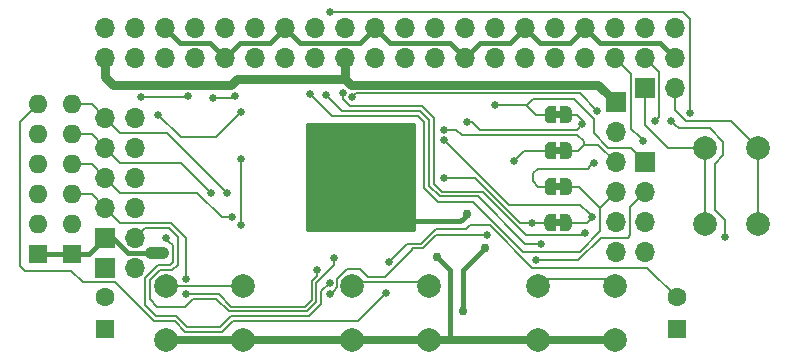
<source format=gbl>
G04 #@! TF.GenerationSoftware,KiCad,Pcbnew,(5.1.4)-1*
G04 #@! TF.CreationDate,2020-02-28T01:40:15+00:00*
G04 #@! TF.ProjectId,rgb-to-hdmi,7267622d-746f-42d6-9864-6d692e6b6963,rev?*
G04 #@! TF.SameCoordinates,Original*
G04 #@! TF.FileFunction,Copper,L2,Bot*
G04 #@! TF.FilePolarity,Positive*
%FSLAX46Y46*%
G04 Gerber Fmt 4.6, Leading zero omitted, Abs format (unit mm)*
G04 Created by KiCad (PCBNEW (5.1.4)-1) date 2020-02-28 01:40:15*
%MOMM*%
%LPD*%
G04 APERTURE LIST*
%ADD10C,0.100000*%
%ADD11R,1.600000X1.600000*%
%ADD12O,1.600000X1.600000*%
%ADD13R,1.700000X1.700000*%
%ADD14O,1.700000X1.700000*%
%ADD15C,0.500000*%
%ADD16C,2.000000*%
%ADD17C,1.600000*%
%ADD18C,0.762000*%
%ADD19C,0.660400*%
%ADD20C,0.381000*%
%ADD21C,0.762000*%
%ADD22C,0.203200*%
%ADD23C,1.016000*%
%ADD24C,0.635000*%
%ADD25C,0.254000*%
G04 APERTURE END LIST*
D10*
G36*
X62976000Y-37444960D02*
G01*
X62476000Y-37444960D01*
X62476000Y-36844960D01*
X62976000Y-36844960D01*
X62976000Y-37444960D01*
G37*
G36*
X62976000Y-34396960D02*
G01*
X62476000Y-34396960D01*
X62476000Y-33796960D01*
X62976000Y-33796960D01*
X62976000Y-34396960D01*
G37*
G36*
X62961000Y-43540960D02*
G01*
X62461000Y-43540960D01*
X62461000Y-42940960D01*
X62961000Y-42940960D01*
X62961000Y-43540960D01*
G37*
G36*
X62976000Y-40492960D02*
G01*
X62476000Y-40492960D01*
X62476000Y-39892960D01*
X62976000Y-39892960D01*
X62976000Y-40492960D01*
G37*
D11*
X21578000Y-45907960D03*
D12*
X21578000Y-43367960D03*
X21578000Y-40827960D03*
X21578000Y-38287960D03*
X21578000Y-35747960D03*
X21578000Y-33207960D03*
D13*
X24372000Y-44510960D03*
D14*
X26912000Y-44510960D03*
X24372000Y-41970960D03*
X26912000Y-41970960D03*
X24372000Y-39430960D03*
X26912000Y-39430960D03*
X24372000Y-36890960D03*
X26912000Y-36890960D03*
X24372000Y-34350960D03*
X26912000Y-34350960D03*
D13*
X70092000Y-38135560D03*
D14*
X70092000Y-40675560D03*
X70092000Y-43215560D03*
X70092000Y-45755560D03*
D15*
X63376000Y-37144960D03*
D10*
G36*
X63376000Y-36395562D02*
G01*
X63400534Y-36395562D01*
X63449365Y-36400372D01*
X63497490Y-36409944D01*
X63544445Y-36424188D01*
X63589778Y-36442965D01*
X63633051Y-36466096D01*
X63673850Y-36493356D01*
X63711779Y-36524484D01*
X63746476Y-36559181D01*
X63777604Y-36597110D01*
X63804864Y-36637909D01*
X63827995Y-36681182D01*
X63846772Y-36726515D01*
X63861016Y-36773470D01*
X63870588Y-36821595D01*
X63875398Y-36870426D01*
X63875398Y-36894960D01*
X63876000Y-36894960D01*
X63876000Y-37394960D01*
X63875398Y-37394960D01*
X63875398Y-37419494D01*
X63870588Y-37468325D01*
X63861016Y-37516450D01*
X63846772Y-37563405D01*
X63827995Y-37608738D01*
X63804864Y-37652011D01*
X63777604Y-37692810D01*
X63746476Y-37730739D01*
X63711779Y-37765436D01*
X63673850Y-37796564D01*
X63633051Y-37823824D01*
X63589778Y-37846955D01*
X63544445Y-37865732D01*
X63497490Y-37879976D01*
X63449365Y-37889548D01*
X63400534Y-37894358D01*
X63376000Y-37894358D01*
X63376000Y-37894960D01*
X62876000Y-37894960D01*
X62876000Y-36394960D01*
X63376000Y-36394960D01*
X63376000Y-36395562D01*
X63376000Y-36395562D01*
G37*
D15*
X62076000Y-37144960D03*
D10*
G36*
X62576000Y-37894960D02*
G01*
X62076000Y-37894960D01*
X62076000Y-37894358D01*
X62051466Y-37894358D01*
X62002635Y-37889548D01*
X61954510Y-37879976D01*
X61907555Y-37865732D01*
X61862222Y-37846955D01*
X61818949Y-37823824D01*
X61778150Y-37796564D01*
X61740221Y-37765436D01*
X61705524Y-37730739D01*
X61674396Y-37692810D01*
X61647136Y-37652011D01*
X61624005Y-37608738D01*
X61605228Y-37563405D01*
X61590984Y-37516450D01*
X61581412Y-37468325D01*
X61576602Y-37419494D01*
X61576602Y-37394960D01*
X61576000Y-37394960D01*
X61576000Y-36894960D01*
X61576602Y-36894960D01*
X61576602Y-36870426D01*
X61581412Y-36821595D01*
X61590984Y-36773470D01*
X61605228Y-36726515D01*
X61624005Y-36681182D01*
X61647136Y-36637909D01*
X61674396Y-36597110D01*
X61705524Y-36559181D01*
X61740221Y-36524484D01*
X61778150Y-36493356D01*
X61818949Y-36466096D01*
X61862222Y-36442965D01*
X61907555Y-36424188D01*
X61954510Y-36409944D01*
X62002635Y-36400372D01*
X62051466Y-36395562D01*
X62076000Y-36395562D01*
X62076000Y-36394960D01*
X62576000Y-36394960D01*
X62576000Y-37894960D01*
X62576000Y-37894960D01*
G37*
D15*
X62076000Y-34096960D03*
D10*
G36*
X62576000Y-34846960D02*
G01*
X62076000Y-34846960D01*
X62076000Y-34846358D01*
X62051466Y-34846358D01*
X62002635Y-34841548D01*
X61954510Y-34831976D01*
X61907555Y-34817732D01*
X61862222Y-34798955D01*
X61818949Y-34775824D01*
X61778150Y-34748564D01*
X61740221Y-34717436D01*
X61705524Y-34682739D01*
X61674396Y-34644810D01*
X61647136Y-34604011D01*
X61624005Y-34560738D01*
X61605228Y-34515405D01*
X61590984Y-34468450D01*
X61581412Y-34420325D01*
X61576602Y-34371494D01*
X61576602Y-34346960D01*
X61576000Y-34346960D01*
X61576000Y-33846960D01*
X61576602Y-33846960D01*
X61576602Y-33822426D01*
X61581412Y-33773595D01*
X61590984Y-33725470D01*
X61605228Y-33678515D01*
X61624005Y-33633182D01*
X61647136Y-33589909D01*
X61674396Y-33549110D01*
X61705524Y-33511181D01*
X61740221Y-33476484D01*
X61778150Y-33445356D01*
X61818949Y-33418096D01*
X61862222Y-33394965D01*
X61907555Y-33376188D01*
X61954510Y-33361944D01*
X62002635Y-33352372D01*
X62051466Y-33347562D01*
X62076000Y-33347562D01*
X62076000Y-33346960D01*
X62576000Y-33346960D01*
X62576000Y-34846960D01*
X62576000Y-34846960D01*
G37*
D15*
X63376000Y-34096960D03*
D10*
G36*
X63376000Y-33347562D02*
G01*
X63400534Y-33347562D01*
X63449365Y-33352372D01*
X63497490Y-33361944D01*
X63544445Y-33376188D01*
X63589778Y-33394965D01*
X63633051Y-33418096D01*
X63673850Y-33445356D01*
X63711779Y-33476484D01*
X63746476Y-33511181D01*
X63777604Y-33549110D01*
X63804864Y-33589909D01*
X63827995Y-33633182D01*
X63846772Y-33678515D01*
X63861016Y-33725470D01*
X63870588Y-33773595D01*
X63875398Y-33822426D01*
X63875398Y-33846960D01*
X63876000Y-33846960D01*
X63876000Y-34346960D01*
X63875398Y-34346960D01*
X63875398Y-34371494D01*
X63870588Y-34420325D01*
X63861016Y-34468450D01*
X63846772Y-34515405D01*
X63827995Y-34560738D01*
X63804864Y-34604011D01*
X63777604Y-34644810D01*
X63746476Y-34682739D01*
X63711779Y-34717436D01*
X63673850Y-34748564D01*
X63633051Y-34775824D01*
X63589778Y-34798955D01*
X63544445Y-34817732D01*
X63497490Y-34831976D01*
X63449365Y-34841548D01*
X63400534Y-34846358D01*
X63376000Y-34846358D01*
X63376000Y-34846960D01*
X62876000Y-34846960D01*
X62876000Y-33346960D01*
X63376000Y-33346960D01*
X63376000Y-33347562D01*
X63376000Y-33347562D01*
G37*
D15*
X63361000Y-43240960D03*
D10*
G36*
X63361000Y-42491562D02*
G01*
X63385534Y-42491562D01*
X63434365Y-42496372D01*
X63482490Y-42505944D01*
X63529445Y-42520188D01*
X63574778Y-42538965D01*
X63618051Y-42562096D01*
X63658850Y-42589356D01*
X63696779Y-42620484D01*
X63731476Y-42655181D01*
X63762604Y-42693110D01*
X63789864Y-42733909D01*
X63812995Y-42777182D01*
X63831772Y-42822515D01*
X63846016Y-42869470D01*
X63855588Y-42917595D01*
X63860398Y-42966426D01*
X63860398Y-42990960D01*
X63861000Y-42990960D01*
X63861000Y-43490960D01*
X63860398Y-43490960D01*
X63860398Y-43515494D01*
X63855588Y-43564325D01*
X63846016Y-43612450D01*
X63831772Y-43659405D01*
X63812995Y-43704738D01*
X63789864Y-43748011D01*
X63762604Y-43788810D01*
X63731476Y-43826739D01*
X63696779Y-43861436D01*
X63658850Y-43892564D01*
X63618051Y-43919824D01*
X63574778Y-43942955D01*
X63529445Y-43961732D01*
X63482490Y-43975976D01*
X63434365Y-43985548D01*
X63385534Y-43990358D01*
X63361000Y-43990358D01*
X63361000Y-43990960D01*
X62861000Y-43990960D01*
X62861000Y-42490960D01*
X63361000Y-42490960D01*
X63361000Y-42491562D01*
X63361000Y-42491562D01*
G37*
D15*
X62061000Y-43240960D03*
D10*
G36*
X62561000Y-43990960D02*
G01*
X62061000Y-43990960D01*
X62061000Y-43990358D01*
X62036466Y-43990358D01*
X61987635Y-43985548D01*
X61939510Y-43975976D01*
X61892555Y-43961732D01*
X61847222Y-43942955D01*
X61803949Y-43919824D01*
X61763150Y-43892564D01*
X61725221Y-43861436D01*
X61690524Y-43826739D01*
X61659396Y-43788810D01*
X61632136Y-43748011D01*
X61609005Y-43704738D01*
X61590228Y-43659405D01*
X61575984Y-43612450D01*
X61566412Y-43564325D01*
X61561602Y-43515494D01*
X61561602Y-43490960D01*
X61561000Y-43490960D01*
X61561000Y-42990960D01*
X61561602Y-42990960D01*
X61561602Y-42966426D01*
X61566412Y-42917595D01*
X61575984Y-42869470D01*
X61590228Y-42822515D01*
X61609005Y-42777182D01*
X61632136Y-42733909D01*
X61659396Y-42693110D01*
X61690524Y-42655181D01*
X61725221Y-42620484D01*
X61763150Y-42589356D01*
X61803949Y-42562096D01*
X61847222Y-42538965D01*
X61892555Y-42520188D01*
X61939510Y-42505944D01*
X61987635Y-42496372D01*
X62036466Y-42491562D01*
X62061000Y-42491562D01*
X62061000Y-42490960D01*
X62561000Y-42490960D01*
X62561000Y-43990960D01*
X62561000Y-43990960D01*
G37*
D15*
X62076000Y-40192960D03*
D10*
G36*
X62576000Y-40942960D02*
G01*
X62076000Y-40942960D01*
X62076000Y-40942358D01*
X62051466Y-40942358D01*
X62002635Y-40937548D01*
X61954510Y-40927976D01*
X61907555Y-40913732D01*
X61862222Y-40894955D01*
X61818949Y-40871824D01*
X61778150Y-40844564D01*
X61740221Y-40813436D01*
X61705524Y-40778739D01*
X61674396Y-40740810D01*
X61647136Y-40700011D01*
X61624005Y-40656738D01*
X61605228Y-40611405D01*
X61590984Y-40564450D01*
X61581412Y-40516325D01*
X61576602Y-40467494D01*
X61576602Y-40442960D01*
X61576000Y-40442960D01*
X61576000Y-39942960D01*
X61576602Y-39942960D01*
X61576602Y-39918426D01*
X61581412Y-39869595D01*
X61590984Y-39821470D01*
X61605228Y-39774515D01*
X61624005Y-39729182D01*
X61647136Y-39685909D01*
X61674396Y-39645110D01*
X61705524Y-39607181D01*
X61740221Y-39572484D01*
X61778150Y-39541356D01*
X61818949Y-39514096D01*
X61862222Y-39490965D01*
X61907555Y-39472188D01*
X61954510Y-39457944D01*
X62002635Y-39448372D01*
X62051466Y-39443562D01*
X62076000Y-39443562D01*
X62076000Y-39442960D01*
X62576000Y-39442960D01*
X62576000Y-40942960D01*
X62576000Y-40942960D01*
G37*
D15*
X63376000Y-40192960D03*
D10*
G36*
X63376000Y-39443562D02*
G01*
X63400534Y-39443562D01*
X63449365Y-39448372D01*
X63497490Y-39457944D01*
X63544445Y-39472188D01*
X63589778Y-39490965D01*
X63633051Y-39514096D01*
X63673850Y-39541356D01*
X63711779Y-39572484D01*
X63746476Y-39607181D01*
X63777604Y-39645110D01*
X63804864Y-39685909D01*
X63827995Y-39729182D01*
X63846772Y-39774515D01*
X63861016Y-39821470D01*
X63870588Y-39869595D01*
X63875398Y-39918426D01*
X63875398Y-39942960D01*
X63876000Y-39942960D01*
X63876000Y-40442960D01*
X63875398Y-40442960D01*
X63875398Y-40467494D01*
X63870588Y-40516325D01*
X63861016Y-40564450D01*
X63846772Y-40611405D01*
X63827995Y-40656738D01*
X63804864Y-40700011D01*
X63777604Y-40740810D01*
X63746476Y-40778739D01*
X63711779Y-40813436D01*
X63673850Y-40844564D01*
X63633051Y-40871824D01*
X63589778Y-40894955D01*
X63544445Y-40913732D01*
X63497490Y-40927976D01*
X63449365Y-40937548D01*
X63400534Y-40942358D01*
X63376000Y-40942358D01*
X63376000Y-40942960D01*
X62876000Y-40942960D01*
X62876000Y-39442960D01*
X63376000Y-39442960D01*
X63376000Y-39443562D01*
X63376000Y-39443562D01*
G37*
D13*
X67600800Y-33054001D03*
D14*
X67600800Y-35594001D03*
X67600800Y-38134001D03*
X67600800Y-40674001D03*
X67600800Y-43214001D03*
X67600800Y-45754001D03*
D16*
X29556000Y-53146960D03*
X29556000Y-48646960D03*
X36056000Y-53146960D03*
X36056000Y-48646960D03*
X51804000Y-48646960D03*
X51804000Y-53146960D03*
X45304000Y-48646960D03*
X45304000Y-53146960D03*
X67552000Y-48646960D03*
X67552000Y-53146960D03*
X61052000Y-48646960D03*
X61052000Y-53146960D03*
X79617000Y-43390960D03*
X75117000Y-43390960D03*
X79617000Y-36890960D03*
X75117000Y-36890960D03*
D13*
X24372000Y-47050960D03*
D14*
X26912000Y-47050960D03*
D12*
X18657000Y-33207960D03*
X18657000Y-35747960D03*
X18657000Y-38287960D03*
X18657000Y-40827960D03*
X18657000Y-43367960D03*
D11*
X18657000Y-45907960D03*
D14*
X24372000Y-29270960D03*
X24372000Y-26730960D03*
X26912000Y-29270960D03*
X26912000Y-26730960D03*
X29452000Y-29270960D03*
X29452000Y-26730960D03*
X31992000Y-29270960D03*
X31992000Y-26730960D03*
X34532000Y-29270960D03*
X34532000Y-26730960D03*
X37072000Y-29270960D03*
X37072000Y-26730960D03*
X39612000Y-29270960D03*
X39612000Y-26730960D03*
X42152000Y-29270960D03*
X42152000Y-26730960D03*
X44692000Y-29270960D03*
X44692000Y-26730960D03*
X47232000Y-29270960D03*
X47232000Y-26730960D03*
X49772000Y-29270960D03*
X49772000Y-26730960D03*
X52312000Y-29270960D03*
X52312000Y-26730960D03*
X54852000Y-29270960D03*
X54852000Y-26730960D03*
X57392000Y-29270960D03*
X57392000Y-26730960D03*
X59932000Y-29270960D03*
X59932000Y-26730960D03*
X62472000Y-29270960D03*
X62472000Y-26730960D03*
X65012000Y-29270960D03*
X65012000Y-26730960D03*
X67552000Y-29270960D03*
X67552000Y-26730960D03*
X70092000Y-29270960D03*
X70092000Y-26730960D03*
X72632000Y-29270960D03*
X72632000Y-26730960D03*
D11*
X24349000Y-52220960D03*
D17*
X24349000Y-49570960D03*
D11*
X72759000Y-52220960D03*
D17*
X72759000Y-49570960D03*
D13*
X70092000Y-31810960D03*
D14*
X72632000Y-31810960D03*
D18*
X51829400Y-31556960D03*
X47562200Y-31556960D03*
X47552000Y-35200960D03*
X42752000Y-43600960D03*
X42761600Y-37856160D03*
X56549784Y-45408644D03*
X55017100Y-42542462D03*
X54674200Y-50695860D03*
D19*
X27420000Y-32572960D03*
X31407806Y-32522160D03*
X33516000Y-32699960D03*
X35878200Y-43418760D03*
X35903600Y-37856162D03*
X35372819Y-32535900D03*
X43422000Y-25410160D03*
X73902000Y-33969961D03*
X66028000Y-33766760D03*
X65774000Y-38160960D03*
X45255497Y-32610030D03*
X69939562Y-36357560D03*
X56731600Y-44256960D03*
X43396600Y-49324260D03*
X70960120Y-34600440D03*
X58941400Y-38033960D03*
X48357780Y-46614640D03*
X57392000Y-33309560D03*
X53074000Y-39430960D03*
X60539060Y-43238420D03*
X60818460Y-46421040D03*
X72301800Y-34630360D03*
X76873800Y-44460160D03*
D18*
X52426300Y-46123860D03*
X28283600Y-45780960D03*
X29231020Y-45780960D03*
D19*
X28842400Y-34096960D03*
X35827400Y-33919160D03*
X34712545Y-40731430D03*
X33363600Y-40700960D03*
X35116212Y-42783760D03*
X42301606Y-47289011D03*
X31219840Y-49303940D03*
X31202060Y-48011960D03*
X43781125Y-46204250D03*
X43364149Y-48321140D03*
X29482480Y-44526200D03*
X48156560Y-49194720D03*
X53074000Y-35366960D03*
X41715729Y-32369781D03*
X64732600Y-34935160D03*
X54979000Y-34731960D03*
X53054715Y-36238955D03*
X65621612Y-42758360D03*
X44480526Y-32228921D03*
X64996760Y-44162980D03*
X43051160Y-32412940D03*
X61268040Y-45018960D03*
D20*
X67600800Y-32850360D02*
X67600800Y-33054001D01*
D21*
X44692000Y-29270960D02*
X44692000Y-31048960D01*
X45200000Y-31556960D02*
X47562200Y-31556960D01*
X47562200Y-31556960D02*
X51829400Y-31556960D01*
X44692000Y-31048960D02*
X45200000Y-31556960D01*
D20*
X43802000Y-38950960D02*
X42752000Y-38950960D01*
X47552000Y-35200960D02*
X43802000Y-38950960D01*
X42752000Y-38950960D02*
X42752000Y-43600960D01*
X42752000Y-38950960D02*
X42752000Y-37865760D01*
X42752000Y-37865760D02*
X42761600Y-37856160D01*
D21*
X66103759Y-31556960D02*
X67600800Y-33054001D01*
X51829400Y-31556960D02*
X66103759Y-31556960D01*
X44692000Y-31048960D02*
X44691978Y-31048938D01*
X44691978Y-31048938D02*
X35540908Y-31048938D01*
X35540908Y-31048938D02*
X35032886Y-31556960D01*
X25046000Y-31556960D02*
X24372000Y-30882960D01*
X35032886Y-31556960D02*
X25046000Y-31556960D01*
X24372000Y-30882960D02*
X24372000Y-29270960D01*
D20*
X54445602Y-43113960D02*
X54636101Y-42923461D01*
X50280000Y-43113960D02*
X54445602Y-43113960D01*
X54636101Y-42923461D02*
X55017100Y-42542462D01*
X54674200Y-50157045D02*
X54674200Y-50695860D01*
X54674200Y-47284228D02*
X54674200Y-50157045D01*
X56549784Y-45408644D02*
X54674200Y-47284228D01*
D22*
X27420000Y-32572960D02*
X31357006Y-32572960D01*
X31357006Y-32572960D02*
X31407806Y-32522160D01*
X35878200Y-43418760D02*
X35878200Y-37881562D01*
X35878200Y-37881562D02*
X35903600Y-37856162D01*
X35208759Y-32699960D02*
X35372819Y-32535900D01*
X33516000Y-32699960D02*
X35208759Y-32699960D01*
X43422000Y-25410160D02*
X73317800Y-25410160D01*
X73317800Y-25410160D02*
X73902000Y-25994360D01*
X73902000Y-25994360D02*
X73902000Y-33502988D01*
X73902000Y-33502988D02*
X73902000Y-33969961D01*
X65443801Y-38491159D02*
X65774000Y-38160960D01*
X61024200Y-40192960D02*
X60592400Y-39761160D01*
X62076000Y-40192960D02*
X61024200Y-40192960D01*
X60592400Y-39761160D02*
X60592400Y-39049960D01*
X60592400Y-39049960D02*
X60973400Y-38668960D01*
X60973400Y-38668960D02*
X65266000Y-38668960D01*
X65266000Y-38668960D02*
X65443801Y-38491159D01*
X66028000Y-33766760D02*
X64541071Y-32279831D01*
X64541071Y-32279831D02*
X45585696Y-32279831D01*
X45585696Y-32279831D02*
X45255497Y-32610030D01*
X67552000Y-29270960D02*
X68923602Y-30642562D01*
X68923602Y-30642562D02*
X68923602Y-35341600D01*
X69609363Y-36027361D02*
X69939562Y-36357560D01*
X68923602Y-35341600D02*
X69609363Y-36027361D01*
X66938980Y-48033940D02*
X67552000Y-48646960D01*
X61052000Y-48646960D02*
X61665020Y-48033940D01*
X61665020Y-48033940D02*
X66938980Y-48033940D01*
X35603000Y-48193960D02*
X36056000Y-48646960D01*
X29556000Y-48646960D02*
X30009000Y-48193960D01*
X45327000Y-47177960D02*
X44924589Y-47177960D01*
X43726799Y-48994061D02*
X43396600Y-49324260D01*
X45327000Y-47177960D02*
X44841894Y-47177960D01*
X44841894Y-47177960D02*
X43999199Y-48020655D01*
X43999199Y-48020655D02*
X43999199Y-48721661D01*
X43999199Y-48721661D02*
X43726799Y-48994061D01*
X29556000Y-48646960D02*
X36056000Y-48646960D01*
X55055200Y-44256960D02*
X56731600Y-44256960D01*
X52416850Y-44256960D02*
X55055200Y-44256960D01*
X51248441Y-45425369D02*
X52416850Y-44256960D01*
X50356190Y-45425370D02*
X51248441Y-45425369D01*
X45962000Y-47177960D02*
X46637629Y-47853589D01*
X45327000Y-47177960D02*
X45962000Y-47177960D01*
X46637629Y-47853589D02*
X48016871Y-47853589D01*
X48016871Y-47853589D02*
X50305400Y-45565060D01*
X50305400Y-45565060D02*
X50305400Y-45476160D01*
X50305400Y-45476160D02*
X50356190Y-45425370D01*
X71290319Y-34270241D02*
X70960120Y-34600440D01*
X71290319Y-30469279D02*
X71290319Y-34270241D01*
X70092000Y-29270960D02*
X71290319Y-30469279D01*
X45304000Y-48678960D02*
X45722960Y-48260000D01*
X51417040Y-48260000D02*
X51804000Y-48646960D01*
X45722960Y-48260000D02*
X51417040Y-48260000D01*
X45304000Y-48646960D02*
X45304000Y-48678960D01*
X62076000Y-37144960D02*
X59830400Y-37144960D01*
X59830400Y-37144960D02*
X58941400Y-38033960D01*
X75117000Y-36890960D02*
X75117000Y-43390960D01*
X70092000Y-32246960D02*
X70092000Y-31810960D01*
X73419400Y-36890960D02*
X75117000Y-36890960D01*
X71997000Y-36890960D02*
X73419400Y-36890960D01*
X70092000Y-31810960D02*
X70092000Y-34985960D01*
X70092000Y-34985960D02*
X71997000Y-36890960D01*
X79617000Y-36890960D02*
X79617000Y-43390960D01*
X72632000Y-31810960D02*
X72632000Y-33715964D01*
X78617001Y-35890961D02*
X79617000Y-36890960D01*
X77331000Y-34604960D02*
X78617001Y-35890961D01*
X72632000Y-33715964D02*
X73546398Y-34630362D01*
X73546398Y-34630362D02*
X74156002Y-34630362D01*
X74181404Y-34604960D02*
X77331000Y-34604960D01*
X74156002Y-34630362D02*
X74181404Y-34604960D01*
X55233003Y-43469557D02*
X56553797Y-43469557D01*
X54940900Y-43761660D02*
X55233003Y-43469557D01*
X56553797Y-43469557D02*
X56198199Y-43469557D01*
X48357780Y-46614640D02*
X49953460Y-45018960D01*
X49953460Y-45018960D02*
X51080100Y-45018960D01*
X51080100Y-45018960D02*
X52337400Y-43761660D01*
X52337400Y-43761660D02*
X54940900Y-43761660D01*
X61130882Y-47056042D02*
X61135964Y-47050960D01*
X60508584Y-47056042D02*
X61130882Y-47056042D01*
X56553797Y-43469557D02*
X56922099Y-43469557D01*
X56922099Y-43469557D02*
X60508584Y-47056042D01*
X70244082Y-47056042D02*
X72759000Y-49570960D01*
X61130882Y-47056042D02*
X70244082Y-47056042D01*
X57392000Y-33309560D02*
X58890600Y-33309560D01*
X60059000Y-33309560D02*
X60617800Y-32750760D01*
X58890600Y-33309560D02*
X60059000Y-33309560D01*
X60617800Y-32750760D02*
X64072198Y-32750760D01*
X64072198Y-32750760D02*
X65760638Y-34439200D01*
X65760638Y-34439200D02*
X65760638Y-35683798D01*
X65760638Y-35683798D02*
X66967800Y-36890960D01*
X68847400Y-36890960D02*
X70092000Y-38135560D01*
X66967800Y-36890960D02*
X68847400Y-36890960D01*
X60821000Y-34096960D02*
X62076000Y-34096960D01*
X58890600Y-33309560D02*
X60033600Y-33309560D01*
X60033600Y-33309560D02*
X60821000Y-34096960D01*
X60953000Y-43240960D02*
X62061000Y-43240960D01*
X60338400Y-43240960D02*
X60953000Y-43240960D01*
X60338400Y-43240960D02*
X60536520Y-43240960D01*
X60536520Y-43240960D02*
X60539060Y-43238420D01*
X59520520Y-43240960D02*
X60338400Y-43240960D01*
X55710520Y-39430960D02*
X59520520Y-43240960D01*
X53074000Y-39430960D02*
X55710520Y-39430960D01*
X68822000Y-41945560D02*
X68822000Y-44282360D01*
X68822000Y-44282360D02*
X68593400Y-44510960D01*
X64410730Y-46421040D02*
X61285433Y-46421040D01*
X61285433Y-46421040D02*
X60818460Y-46421040D01*
X68593400Y-44510960D02*
X66320810Y-44510960D01*
X66320810Y-44510960D02*
X64410730Y-46421040D01*
X70092000Y-40675560D02*
X68822000Y-41945560D01*
D20*
X65012000Y-26730960D02*
X66282000Y-28000960D01*
X71362000Y-28000960D02*
X72632000Y-29270960D01*
X66282000Y-28000960D02*
X71362000Y-28000960D01*
X59932000Y-26730960D02*
X61202000Y-28000960D01*
X63742000Y-28000960D02*
X65012000Y-26730960D01*
X61202000Y-28000960D02*
X63742000Y-28000960D01*
X54852000Y-29270960D02*
X56122000Y-28000960D01*
X58662000Y-28000960D02*
X59932000Y-26730960D01*
X56122000Y-28000960D02*
X58662000Y-28000960D01*
X54852000Y-29270960D02*
X53582000Y-28000960D01*
X48502000Y-28000960D02*
X47232000Y-26730960D01*
X53582000Y-28000960D02*
X48502000Y-28000960D01*
X34532000Y-29270960D02*
X33262000Y-28000960D01*
X30722000Y-28000960D02*
X29452000Y-26730960D01*
X33262000Y-28000960D02*
X30722000Y-28000960D01*
X34532000Y-29270960D02*
X34532000Y-29016960D01*
X39612000Y-26730960D02*
X38342000Y-28000960D01*
X35802000Y-28000960D02*
X34532000Y-29270960D01*
X38342000Y-28000960D02*
X35802000Y-28000960D01*
X39612000Y-26730960D02*
X40882000Y-28000960D01*
X40882000Y-28000960D02*
X45962000Y-28000960D01*
X45962000Y-28000960D02*
X47232000Y-26730960D01*
D22*
X76873800Y-44460160D02*
X76873800Y-43266360D01*
X76873800Y-43901360D02*
X76873800Y-43266360D01*
D23*
X35827388Y-53375572D02*
X36056000Y-53146960D01*
D22*
X72631999Y-34960559D02*
X72301800Y-34630360D01*
X72936800Y-35265360D02*
X72631999Y-34960559D01*
X75545380Y-35265360D02*
X72936800Y-35265360D01*
X76873800Y-43266360D02*
X76873800Y-43032680D01*
X76873800Y-43032680D02*
X75977180Y-42136060D01*
X75977180Y-38260020D02*
X76685840Y-37551360D01*
X75977180Y-42136060D02*
X75977180Y-38260020D01*
X76685840Y-37551360D02*
X76685840Y-36405820D01*
X76685840Y-36405820D02*
X75545380Y-35265360D01*
D24*
X29556000Y-53146960D02*
X36056000Y-53146960D01*
X53721700Y-53146960D02*
X67552000Y-53146960D01*
D20*
X52426300Y-46123860D02*
X53594700Y-47292260D01*
X53594700Y-52854860D02*
X53302600Y-53146960D01*
X53594700Y-47292260D02*
X53594700Y-52854860D01*
D24*
X36056000Y-53146960D02*
X53302600Y-53146960D01*
X53302600Y-53146960D02*
X53721700Y-53146960D01*
D22*
X18504600Y-46415960D02*
X18403000Y-46415960D01*
D20*
X18657000Y-45907960D02*
X21578000Y-45907960D01*
X22975000Y-45907960D02*
X24372000Y-44510960D01*
X21578000Y-45907960D02*
X22975000Y-45907960D01*
X24600600Y-44739560D02*
X24372000Y-44510960D01*
D23*
X28283600Y-45780960D02*
X29231020Y-45780960D01*
D20*
X26320180Y-45780960D02*
X28283600Y-45780960D01*
X24372000Y-44510960D02*
X25050180Y-44510960D01*
X25050180Y-44510960D02*
X26320180Y-45780960D01*
D22*
X30772800Y-36027360D02*
X33719200Y-36027360D01*
X28842400Y-34096960D02*
X30772800Y-36027360D01*
X35497201Y-34249359D02*
X35827400Y-33919160D01*
X33719200Y-36027360D02*
X35497201Y-34249359D01*
X29602075Y-35620960D02*
X34382346Y-40401231D01*
X34382346Y-40401231D02*
X34712545Y-40731430D01*
X25642000Y-35620960D02*
X29602075Y-35620960D01*
X24372000Y-34350960D02*
X25642000Y-35620960D01*
X23229000Y-33207960D02*
X21578000Y-33207960D01*
X24372000Y-34350960D02*
X23229000Y-33207960D01*
X25642000Y-38160960D02*
X24372000Y-36890960D01*
X33363600Y-40700960D02*
X30823600Y-38160960D01*
X30823600Y-38160960D02*
X25642000Y-38160960D01*
X23229000Y-35747960D02*
X21578000Y-35747960D01*
X24372000Y-36890960D02*
X23229000Y-35747960D01*
X25642000Y-40700960D02*
X24372000Y-39430960D01*
X32160027Y-40700960D02*
X25642000Y-40700960D01*
X35116212Y-42783760D02*
X34242827Y-42783760D01*
X34242827Y-42783760D02*
X32160027Y-40700960D01*
X23229000Y-38287960D02*
X21578000Y-38287960D01*
X24372000Y-39430960D02*
X23229000Y-38287960D01*
X42301606Y-47755984D02*
X42301606Y-47289011D01*
X41847200Y-48210390D02*
X42301606Y-47755984D01*
X41847200Y-49756060D02*
X41847200Y-48210390D01*
X31585610Y-49286150D02*
X33985890Y-49286150D01*
X33985890Y-49286150D02*
X35052700Y-50352960D01*
X35052700Y-50352960D02*
X41250300Y-50352960D01*
X41250300Y-50352960D02*
X41847200Y-49756060D01*
X23229000Y-40827960D02*
X21578000Y-40827960D01*
X24372000Y-41970960D02*
X23229000Y-40827960D01*
X31585610Y-49286150D02*
X31237630Y-49286150D01*
X31237630Y-49286150D02*
X31219840Y-49303940D01*
X25642000Y-43240960D02*
X25221999Y-42820959D01*
X31202060Y-48011960D02*
X31202060Y-44530567D01*
X31202060Y-44530567D02*
X29912453Y-43240960D01*
X25221999Y-42820959D02*
X24372000Y-41970960D01*
X29912453Y-43240960D02*
X25642000Y-43240960D01*
X43781125Y-46746827D02*
X43781125Y-46671223D01*
X43781125Y-46671223D02*
X43781125Y-46204250D01*
X30490871Y-44422069D02*
X29729763Y-43660961D01*
X30490871Y-46815440D02*
X30490871Y-44422069D01*
X30057231Y-47249080D02*
X30490871Y-46815440D01*
X28143900Y-49740716D02*
X28143900Y-48127954D01*
X31801499Y-49692561D02*
X31135890Y-50358170D01*
X33744601Y-49692561D02*
X31801499Y-49692561D01*
X28143900Y-48127954D02*
X29022774Y-47249080D01*
X34811411Y-50759371D02*
X33744601Y-49692561D01*
X41418640Y-50759371D02*
X34811411Y-50759371D01*
X43781125Y-46851215D02*
X42253611Y-48378729D01*
X28761354Y-50358170D02*
X28143900Y-49740716D01*
X43781125Y-46671223D02*
X43781125Y-46851215D01*
X29022774Y-47249080D02*
X30057231Y-47249080D01*
X42253611Y-48378729D02*
X42253611Y-49924400D01*
X29729763Y-43660961D02*
X27761999Y-43660961D01*
X27761999Y-43660961D02*
X26912000Y-44510960D01*
X42253611Y-49924400D02*
X41418640Y-50759371D01*
X31135890Y-50358170D02*
X28761354Y-50358170D01*
X42660022Y-49025267D02*
X42660022Y-50092740D01*
X27737489Y-47959614D02*
X28854434Y-46842669D01*
X28854434Y-46842669D02*
X29833011Y-46842669D01*
X29833011Y-46842669D02*
X30084460Y-46591220D01*
X30084460Y-46591220D02*
X30084460Y-45128180D01*
X29812679Y-44856399D02*
X29482480Y-44526200D01*
X30084460Y-45128180D02*
X29812679Y-44856399D01*
X27737489Y-50190389D02*
X27737489Y-47959614D01*
X28692540Y-51145440D02*
X27737489Y-50190389D01*
X30400130Y-51145440D02*
X28692540Y-51145440D01*
X31334850Y-52080160D02*
X30400130Y-51145440D01*
X34071550Y-52080160D02*
X31334850Y-52080160D01*
X34985928Y-51165782D02*
X34071550Y-52080160D01*
X41586980Y-51165782D02*
X34985928Y-51165782D01*
X42660022Y-50092740D02*
X41586980Y-51165782D01*
X43364149Y-48321140D02*
X42660022Y-49025267D01*
X47826361Y-49524919D02*
X48156560Y-49194720D01*
X35154268Y-51572193D02*
X45779087Y-51572193D01*
X31166510Y-52486571D02*
X34239890Y-52486571D01*
X45779087Y-51572193D02*
X47826361Y-49524919D01*
X30236860Y-51556920D02*
X31166510Y-52486571D01*
X34239890Y-52486571D02*
X35154268Y-51572193D01*
X25224730Y-48252380D02*
X28529270Y-51556920D01*
X28529270Y-51556920D02*
X28735840Y-51556920D01*
X28735840Y-51556920D02*
X30236860Y-51556920D01*
X22459500Y-48252380D02*
X25224730Y-48252380D01*
X21509540Y-47302420D02*
X22459500Y-48252380D01*
X18657000Y-33207960D02*
X17153320Y-34711640D01*
X17153320Y-34711640D02*
X17153320Y-46883320D01*
X17153320Y-46883320D02*
X17572420Y-47302420D01*
X17572420Y-47302420D02*
X21509540Y-47302420D01*
X64885000Y-36636960D02*
X64377000Y-37144960D01*
X64377000Y-37144960D02*
X63376000Y-37144960D01*
X66103759Y-36636960D02*
X67600800Y-38134001D01*
X64885000Y-36636960D02*
X66103759Y-36636960D01*
X64885000Y-36357560D02*
X64885000Y-36636960D01*
X64351600Y-35824160D02*
X64885000Y-36357560D01*
X54547200Y-35824160D02*
X64351600Y-35824160D01*
X53074000Y-35366960D02*
X54090000Y-35366960D01*
X54090000Y-35366960D02*
X54547200Y-35824160D01*
X66282001Y-41992800D02*
X67600800Y-40674001D01*
X64504000Y-40192960D02*
X63376000Y-40192960D01*
X66282001Y-41992800D02*
X66282001Y-41970961D01*
X66282001Y-41970961D02*
X64504000Y-40192960D01*
X43531819Y-34185871D02*
X42045928Y-32699980D01*
X42045928Y-32699980D02*
X41715729Y-32369781D01*
X66282001Y-41992800D02*
X66282001Y-43975019D01*
X64547178Y-45709842D02*
X59737135Y-45709842D01*
X50848261Y-34185871D02*
X43531819Y-34185871D01*
X59737135Y-45709842D02*
X55502952Y-41475659D01*
X66282001Y-43975019D02*
X64547178Y-45709842D01*
X55502952Y-41475659D02*
X52557668Y-41475659D01*
X52557668Y-41475659D02*
X51364569Y-40282560D01*
X51364569Y-40282560D02*
X51364569Y-34702179D01*
X51364569Y-34702179D02*
X50848261Y-34185871D01*
X64642990Y-35024770D02*
X64732600Y-34935160D01*
X64300800Y-35366960D02*
X64732600Y-34935160D01*
X56080973Y-35366960D02*
X64300800Y-35366960D01*
X54979000Y-34731960D02*
X55445973Y-34731960D01*
X55445973Y-34731960D02*
X56080973Y-35366960D01*
X64300800Y-34096960D02*
X63376000Y-34096960D01*
X64834200Y-34630360D02*
X64300800Y-34096960D01*
X64732600Y-34935160D02*
X64834200Y-34833560D01*
X64834200Y-34833560D02*
X64834200Y-34630360D01*
X63361000Y-43240960D02*
X65139012Y-43240960D01*
X65291413Y-43088559D02*
X65621612Y-42758360D01*
X65139012Y-43240960D02*
X65291413Y-43088559D01*
X55840309Y-39024549D02*
X55878860Y-39024549D01*
X64580212Y-41716960D02*
X65291413Y-42428161D01*
X53054715Y-36238955D02*
X55840309Y-39024549D01*
X58571270Y-41716960D02*
X64580212Y-41716960D01*
X65291413Y-42428161D02*
X65621612Y-42758360D01*
X55878860Y-39024549D02*
X58571270Y-41716960D01*
X44480526Y-32228921D02*
X44480526Y-32774861D01*
X44480526Y-32774861D02*
X45078715Y-33373050D01*
X60000580Y-44295770D02*
X64863970Y-44295770D01*
X56079520Y-40622210D02*
X52853720Y-40622210D01*
X52853720Y-40622210D02*
X52177390Y-39945880D01*
X64863970Y-44295770D02*
X64996760Y-44162980D01*
X52177390Y-39945880D02*
X52177389Y-34365499D01*
X52177389Y-34365499D02*
X51184940Y-33373050D01*
X60000580Y-44295770D02*
X56327020Y-40622210D01*
X56327020Y-40622210D02*
X52853720Y-40622210D01*
X45078715Y-33373050D02*
X51184941Y-33373051D01*
X60801067Y-45018960D02*
X61268040Y-45018960D01*
X59901520Y-45018960D02*
X60801067Y-45018960D01*
X55911180Y-41028620D02*
X59901520Y-45018960D01*
X52685380Y-41028620D02*
X55911180Y-41028620D01*
X43051160Y-32412940D02*
X44417680Y-33779460D01*
X44417680Y-33779460D02*
X51016600Y-33779460D01*
X51016600Y-33779460D02*
X51770980Y-34533840D01*
X51770980Y-40114220D02*
X52685380Y-41028620D01*
X51770980Y-34533840D02*
X51770980Y-40114220D01*
D25*
G36*
X50475000Y-43873960D02*
G01*
X41429000Y-43873960D01*
X41429000Y-34927960D01*
X50475000Y-34927960D01*
X50475000Y-43873960D01*
X50475000Y-43873960D01*
G37*
X50475000Y-43873960D02*
X41429000Y-43873960D01*
X41429000Y-34927960D01*
X50475000Y-34927960D01*
X50475000Y-43873960D01*
M02*

</source>
